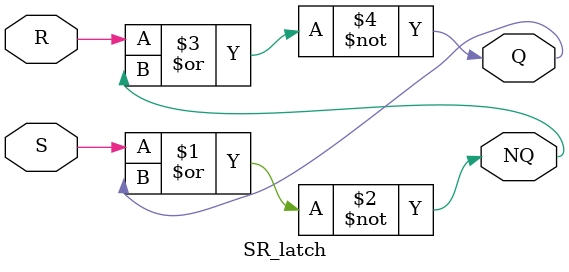
<source format=v>
/* ----- ----- ----- ----- ----- -----
	Design: Set-Reset Latch
 	Filename: SR-latch.v
	Coder: Gabriel Maruschi
 	Versions: /july_2024/
	----- ----- ----- ----- ----- -----
*/ 

// This module is vulnerable to error and unexpected outputs due to 
// invalid inputs such as Set(S) = 1 and Reset(R) = 1 simultaneously
module SR_latch(Q, NQ, S, R);
    output Q, NQ;
    input S, R;

    nor n1(NQ, S, Q);
    nor n2(Q, R, NQ);
endmodule
</source>
